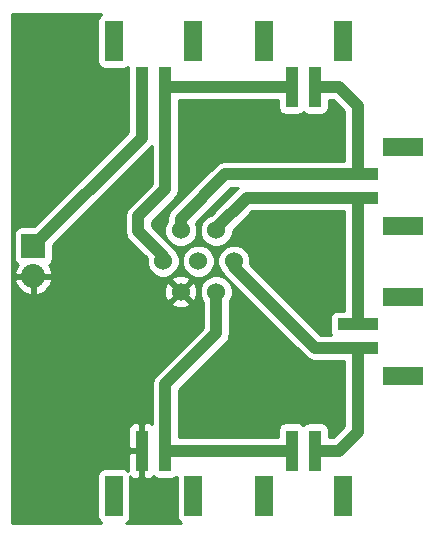
<source format=gbr>
G04 #@! TF.FileFunction,Copper,L1,Top,Signal*
%FSLAX46Y46*%
G04 Gerber Fmt 4.6, Leading zero omitted, Abs format (unit mm)*
G04 Created by KiCad (PCBNEW 4.0.0-rc1-stable) date 10/20/2015 7:52:27 PM*
%MOMM*%
G01*
G04 APERTURE LIST*
%ADD10C,0.100000*%
%ADD11R,2.032000X2.032000*%
%ADD12O,2.032000X2.032000*%
%ADD13R,1.500000X3.400000*%
%ADD14R,1.000000X3.500000*%
%ADD15R,3.400000X1.500000*%
%ADD16R,3.500000X1.000000*%
%ADD17C,1.524000*%
%ADD18C,1.000000*%
%ADD19C,0.254000*%
G04 APERTURE END LIST*
D10*
D11*
X133350000Y-129540000D03*
D12*
X133350000Y-132080000D03*
D13*
X140160000Y-150700000D03*
D14*
X142510000Y-146850000D03*
X144510000Y-146850000D03*
D13*
X146860000Y-150700000D03*
X152860000Y-150700000D03*
D14*
X155210000Y-146850000D03*
X157210000Y-146850000D03*
D13*
X159560000Y-150700000D03*
D15*
X164670000Y-140510000D03*
D16*
X160820000Y-138160000D03*
X160820000Y-136160000D03*
D15*
X164670000Y-133810000D03*
X164670000Y-127810000D03*
D16*
X160820000Y-125460000D03*
X160820000Y-123460000D03*
D15*
X164670000Y-121110000D03*
D13*
X159560000Y-112190000D03*
D14*
X157210000Y-116040000D03*
X155210000Y-116040000D03*
D13*
X152860000Y-112190000D03*
X146860000Y-112190000D03*
D14*
X144510000Y-116040000D03*
X142510000Y-116040000D03*
D13*
X140160000Y-112190000D03*
D17*
X147320000Y-130810000D03*
X144320000Y-130810000D03*
X145820000Y-128212000D03*
X148820000Y-128212000D03*
X150320000Y-130810000D03*
X148820000Y-133408000D03*
X145820000Y-133408000D03*
D18*
X142510000Y-116040000D02*
X142510000Y-120380000D01*
X142510000Y-120380000D02*
X133350000Y-129540000D01*
X144320000Y-130810000D02*
X144320000Y-130350000D01*
X144320000Y-130350000D02*
X142240000Y-128270000D01*
X142240000Y-128270000D02*
X142240000Y-127000000D01*
X142240000Y-127000000D02*
X144510000Y-124730000D01*
X144510000Y-124730000D02*
X144510000Y-116040000D01*
X155210000Y-116040000D02*
X144510000Y-116040000D01*
X145820000Y-128212000D02*
X145820000Y-127230000D01*
X149590000Y-123460000D02*
X160820000Y-123460000D01*
X145820000Y-127230000D02*
X149590000Y-123460000D01*
X160820000Y-123460000D02*
X160820000Y-117640000D01*
X159220000Y-116040000D02*
X157210000Y-116040000D01*
X160820000Y-117640000D02*
X159220000Y-116040000D01*
X148820000Y-128212000D02*
X148820000Y-128040000D01*
X148820000Y-128040000D02*
X151400000Y-125460000D01*
X151400000Y-125460000D02*
X160820000Y-125460000D01*
X160820000Y-125460000D02*
X160820000Y-136160000D01*
X150320000Y-130810000D02*
X150320000Y-131270000D01*
X150320000Y-131270000D02*
X157210000Y-138160000D01*
X157210000Y-138160000D02*
X160820000Y-138160000D01*
X160820000Y-138160000D02*
X160820000Y-145250000D01*
X159220000Y-146850000D02*
X157210000Y-146850000D01*
X160820000Y-145250000D02*
X159220000Y-146850000D01*
X148820000Y-133408000D02*
X148820000Y-136930000D01*
X144510000Y-141240000D02*
X144510000Y-146850000D01*
X148820000Y-136930000D02*
X144510000Y-141240000D01*
X155210000Y-146850000D02*
X144510000Y-146850000D01*
D19*
G36*
X138958559Y-110025910D02*
X138813569Y-110238110D01*
X138762560Y-110490000D01*
X138762560Y-113890000D01*
X138806838Y-114125317D01*
X138945910Y-114341441D01*
X139158110Y-114486431D01*
X139410000Y-114537440D01*
X140910000Y-114537440D01*
X141145317Y-114493162D01*
X141361441Y-114354090D01*
X141362560Y-114352452D01*
X141362560Y-117790000D01*
X141375000Y-117856113D01*
X141375000Y-119909868D01*
X133408308Y-127876560D01*
X132334000Y-127876560D01*
X132098683Y-127920838D01*
X131882559Y-128059910D01*
X131737569Y-128272110D01*
X131686560Y-128524000D01*
X131686560Y-130556000D01*
X131730838Y-130791317D01*
X131869910Y-131007441D01*
X132032948Y-131118840D01*
X131943615Y-131215182D01*
X131744025Y-131697056D01*
X131863164Y-131953000D01*
X133223000Y-131953000D01*
X133223000Y-131933000D01*
X133477000Y-131933000D01*
X133477000Y-131953000D01*
X134836836Y-131953000D01*
X134955975Y-131697056D01*
X134756385Y-131215182D01*
X134665903Y-131117602D01*
X134817441Y-131020090D01*
X134962431Y-130807890D01*
X135013440Y-130556000D01*
X135013440Y-129481692D01*
X143312566Y-121182566D01*
X143375000Y-121089127D01*
X143375000Y-124259868D01*
X141437434Y-126197434D01*
X141191397Y-126565654D01*
X141105000Y-127000000D01*
X141105000Y-128270000D01*
X141191397Y-128704346D01*
X141213506Y-128737434D01*
X141437434Y-129072566D01*
X142923219Y-130558351D01*
X142922758Y-131086661D01*
X143134990Y-131600303D01*
X143527630Y-131993629D01*
X144040900Y-132206757D01*
X144596661Y-132207242D01*
X145110303Y-131995010D01*
X145503629Y-131602370D01*
X145716757Y-131089100D01*
X145716759Y-131086661D01*
X145922758Y-131086661D01*
X146134990Y-131600303D01*
X146527630Y-131993629D01*
X147040900Y-132206757D01*
X147596661Y-132207242D01*
X148110303Y-131995010D01*
X148503629Y-131602370D01*
X148716757Y-131089100D01*
X148717242Y-130533339D01*
X148505010Y-130019697D01*
X148112370Y-129626371D01*
X147599100Y-129413243D01*
X147043339Y-129412758D01*
X146529697Y-129624990D01*
X146136371Y-130017630D01*
X145923243Y-130530900D01*
X145922758Y-131086661D01*
X145716759Y-131086661D01*
X145717242Y-130533339D01*
X145505010Y-130019697D01*
X145302721Y-129817054D01*
X145122566Y-129547434D01*
X143375000Y-127799868D01*
X143375000Y-127470132D01*
X145312566Y-125532566D01*
X145361053Y-125460000D01*
X145558603Y-125164346D01*
X145645000Y-124730000D01*
X145645000Y-117851431D01*
X145657440Y-117790000D01*
X145657440Y-117175000D01*
X154062560Y-117175000D01*
X154062560Y-117790000D01*
X154106838Y-118025317D01*
X154245910Y-118241441D01*
X154458110Y-118386431D01*
X154710000Y-118437440D01*
X155710000Y-118437440D01*
X155945317Y-118393162D01*
X156161441Y-118254090D01*
X156209134Y-118184289D01*
X156245910Y-118241441D01*
X156458110Y-118386431D01*
X156710000Y-118437440D01*
X157710000Y-118437440D01*
X157945317Y-118393162D01*
X158161441Y-118254090D01*
X158306431Y-118041890D01*
X158357440Y-117790000D01*
X158357440Y-117175000D01*
X158749868Y-117175000D01*
X159685000Y-118110132D01*
X159685000Y-122312560D01*
X159070000Y-122312560D01*
X159003887Y-122325000D01*
X149590000Y-122325000D01*
X149155654Y-122411397D01*
X148787434Y-122657434D01*
X145017434Y-126427434D01*
X144771397Y-126795654D01*
X144685000Y-127230000D01*
X144685000Y-127371086D01*
X144636371Y-127419630D01*
X144423243Y-127932900D01*
X144422758Y-128488661D01*
X144634990Y-129002303D01*
X145027630Y-129395629D01*
X145540900Y-129608757D01*
X146096661Y-129609242D01*
X146610303Y-129397010D01*
X147003629Y-129004370D01*
X147216757Y-128491100D01*
X147217242Y-127935339D01*
X147071797Y-127583335D01*
X150060132Y-124595000D01*
X150690873Y-124595000D01*
X150597434Y-124657434D01*
X148367423Y-126887445D01*
X148029697Y-127026990D01*
X147636371Y-127419630D01*
X147423243Y-127932900D01*
X147422758Y-128488661D01*
X147634990Y-129002303D01*
X148027630Y-129395629D01*
X148540900Y-129608757D01*
X149096661Y-129609242D01*
X149610303Y-129397010D01*
X150003629Y-129004370D01*
X150216757Y-128491100D01*
X150216969Y-128248163D01*
X151870132Y-126595000D01*
X159008569Y-126595000D01*
X159070000Y-126607440D01*
X159685000Y-126607440D01*
X159685000Y-135012560D01*
X159070000Y-135012560D01*
X158834683Y-135056838D01*
X158618559Y-135195910D01*
X158473569Y-135408110D01*
X158422560Y-135660000D01*
X158422560Y-136660000D01*
X158466838Y-136895317D01*
X158550287Y-137025000D01*
X157680133Y-137025000D01*
X151716781Y-131061649D01*
X151717242Y-130533339D01*
X151505010Y-130019697D01*
X151112370Y-129626371D01*
X150599100Y-129413243D01*
X150043339Y-129412758D01*
X149529697Y-129624990D01*
X149136371Y-130017630D01*
X148923243Y-130530900D01*
X148922758Y-131086661D01*
X149134990Y-131600303D01*
X149337279Y-131802946D01*
X149464690Y-131993629D01*
X149517434Y-132072566D01*
X156407433Y-138962566D01*
X156649171Y-139124090D01*
X156775654Y-139208603D01*
X157210000Y-139295000D01*
X159008569Y-139295000D01*
X159070000Y-139307440D01*
X159685000Y-139307440D01*
X159685000Y-144779868D01*
X158749868Y-145715000D01*
X158357440Y-145715000D01*
X158357440Y-145100000D01*
X158313162Y-144864683D01*
X158174090Y-144648559D01*
X157961890Y-144503569D01*
X157710000Y-144452560D01*
X156710000Y-144452560D01*
X156474683Y-144496838D01*
X156258559Y-144635910D01*
X156210866Y-144705711D01*
X156174090Y-144648559D01*
X155961890Y-144503569D01*
X155710000Y-144452560D01*
X154710000Y-144452560D01*
X154474683Y-144496838D01*
X154258559Y-144635910D01*
X154113569Y-144848110D01*
X154062560Y-145100000D01*
X154062560Y-145715000D01*
X145657440Y-145715000D01*
X145657440Y-145100000D01*
X145645000Y-145033887D01*
X145645000Y-141710132D01*
X149622566Y-137732567D01*
X149868603Y-137364346D01*
X149888730Y-137263162D01*
X149955000Y-136930000D01*
X149955000Y-134248914D01*
X150003629Y-134200370D01*
X150216757Y-133687100D01*
X150217242Y-133131339D01*
X150005010Y-132617697D01*
X149612370Y-132224371D01*
X149099100Y-132011243D01*
X148543339Y-132010758D01*
X148029697Y-132222990D01*
X147636371Y-132615630D01*
X147423243Y-133128900D01*
X147422758Y-133684661D01*
X147634990Y-134198303D01*
X147685000Y-134248400D01*
X147685000Y-136459867D01*
X143707434Y-140437434D01*
X143461397Y-140805654D01*
X143375000Y-141240000D01*
X143375000Y-144566975D01*
X143369698Y-144561673D01*
X143136309Y-144465000D01*
X142795750Y-144465000D01*
X142637000Y-144623750D01*
X142637000Y-146723000D01*
X142657000Y-146723000D01*
X142657000Y-146977000D01*
X142637000Y-146977000D01*
X142637000Y-149076250D01*
X142795750Y-149235000D01*
X143136309Y-149235000D01*
X143369698Y-149138327D01*
X143510936Y-148997090D01*
X143545910Y-149051441D01*
X143758110Y-149196431D01*
X144010000Y-149247440D01*
X145010000Y-149247440D01*
X145245317Y-149203162D01*
X145461441Y-149064090D01*
X145462560Y-149062452D01*
X145462560Y-152400000D01*
X145506838Y-152635317D01*
X145645910Y-152851441D01*
X145804791Y-152960000D01*
X141212393Y-152960000D01*
X141361441Y-152864090D01*
X141506431Y-152651890D01*
X141557440Y-152400000D01*
X141557440Y-149045466D01*
X141650302Y-149138327D01*
X141883691Y-149235000D01*
X142224250Y-149235000D01*
X142383000Y-149076250D01*
X142383000Y-146977000D01*
X141533750Y-146977000D01*
X141375000Y-147135750D01*
X141375000Y-148549973D01*
X141374090Y-148548559D01*
X141161890Y-148403569D01*
X140910000Y-148352560D01*
X139410000Y-148352560D01*
X139174683Y-148396838D01*
X138958559Y-148535910D01*
X138813569Y-148748110D01*
X138762560Y-149000000D01*
X138762560Y-152400000D01*
X138806838Y-152635317D01*
X138945910Y-152851441D01*
X139104791Y-152960000D01*
X131520000Y-152960000D01*
X131520000Y-144973690D01*
X141375000Y-144973690D01*
X141375000Y-146564250D01*
X141533750Y-146723000D01*
X142383000Y-146723000D01*
X142383000Y-144623750D01*
X142224250Y-144465000D01*
X141883691Y-144465000D01*
X141650302Y-144561673D01*
X141471673Y-144740301D01*
X141375000Y-144973690D01*
X131520000Y-144973690D01*
X131520000Y-134388213D01*
X145019392Y-134388213D01*
X145088857Y-134630397D01*
X145612302Y-134817144D01*
X146167368Y-134789362D01*
X146551143Y-134630397D01*
X146620608Y-134388213D01*
X145820000Y-133587605D01*
X145019392Y-134388213D01*
X131520000Y-134388213D01*
X131520000Y-132462944D01*
X131744025Y-132462944D01*
X131943615Y-132944818D01*
X132381621Y-133417188D01*
X132967054Y-133685983D01*
X133223000Y-133567367D01*
X133223000Y-132207000D01*
X133477000Y-132207000D01*
X133477000Y-133567367D01*
X133732946Y-133685983D01*
X134318379Y-133417188D01*
X134519486Y-133200302D01*
X144410856Y-133200302D01*
X144438638Y-133755368D01*
X144597603Y-134139143D01*
X144839787Y-134208608D01*
X145640395Y-133408000D01*
X145999605Y-133408000D01*
X146800213Y-134208608D01*
X147042397Y-134139143D01*
X147229144Y-133615698D01*
X147201362Y-133060632D01*
X147042397Y-132676857D01*
X146800213Y-132607392D01*
X145999605Y-133408000D01*
X145640395Y-133408000D01*
X144839787Y-132607392D01*
X144597603Y-132676857D01*
X144410856Y-133200302D01*
X134519486Y-133200302D01*
X134756385Y-132944818D01*
X134955975Y-132462944D01*
X134939610Y-132427787D01*
X145019392Y-132427787D01*
X145820000Y-133228395D01*
X146620608Y-132427787D01*
X146551143Y-132185603D01*
X146027698Y-131998856D01*
X145472632Y-132026638D01*
X145088857Y-132185603D01*
X145019392Y-132427787D01*
X134939610Y-132427787D01*
X134836836Y-132207000D01*
X133477000Y-132207000D01*
X133223000Y-132207000D01*
X131863164Y-132207000D01*
X131744025Y-132462944D01*
X131520000Y-132462944D01*
X131520000Y-109930000D01*
X139107607Y-109930000D01*
X138958559Y-110025910D01*
X138958559Y-110025910D01*
G37*
X138958559Y-110025910D02*
X138813569Y-110238110D01*
X138762560Y-110490000D01*
X138762560Y-113890000D01*
X138806838Y-114125317D01*
X138945910Y-114341441D01*
X139158110Y-114486431D01*
X139410000Y-114537440D01*
X140910000Y-114537440D01*
X141145317Y-114493162D01*
X141361441Y-114354090D01*
X141362560Y-114352452D01*
X141362560Y-117790000D01*
X141375000Y-117856113D01*
X141375000Y-119909868D01*
X133408308Y-127876560D01*
X132334000Y-127876560D01*
X132098683Y-127920838D01*
X131882559Y-128059910D01*
X131737569Y-128272110D01*
X131686560Y-128524000D01*
X131686560Y-130556000D01*
X131730838Y-130791317D01*
X131869910Y-131007441D01*
X132032948Y-131118840D01*
X131943615Y-131215182D01*
X131744025Y-131697056D01*
X131863164Y-131953000D01*
X133223000Y-131953000D01*
X133223000Y-131933000D01*
X133477000Y-131933000D01*
X133477000Y-131953000D01*
X134836836Y-131953000D01*
X134955975Y-131697056D01*
X134756385Y-131215182D01*
X134665903Y-131117602D01*
X134817441Y-131020090D01*
X134962431Y-130807890D01*
X135013440Y-130556000D01*
X135013440Y-129481692D01*
X143312566Y-121182566D01*
X143375000Y-121089127D01*
X143375000Y-124259868D01*
X141437434Y-126197434D01*
X141191397Y-126565654D01*
X141105000Y-127000000D01*
X141105000Y-128270000D01*
X141191397Y-128704346D01*
X141213506Y-128737434D01*
X141437434Y-129072566D01*
X142923219Y-130558351D01*
X142922758Y-131086661D01*
X143134990Y-131600303D01*
X143527630Y-131993629D01*
X144040900Y-132206757D01*
X144596661Y-132207242D01*
X145110303Y-131995010D01*
X145503629Y-131602370D01*
X145716757Y-131089100D01*
X145716759Y-131086661D01*
X145922758Y-131086661D01*
X146134990Y-131600303D01*
X146527630Y-131993629D01*
X147040900Y-132206757D01*
X147596661Y-132207242D01*
X148110303Y-131995010D01*
X148503629Y-131602370D01*
X148716757Y-131089100D01*
X148717242Y-130533339D01*
X148505010Y-130019697D01*
X148112370Y-129626371D01*
X147599100Y-129413243D01*
X147043339Y-129412758D01*
X146529697Y-129624990D01*
X146136371Y-130017630D01*
X145923243Y-130530900D01*
X145922758Y-131086661D01*
X145716759Y-131086661D01*
X145717242Y-130533339D01*
X145505010Y-130019697D01*
X145302721Y-129817054D01*
X145122566Y-129547434D01*
X143375000Y-127799868D01*
X143375000Y-127470132D01*
X145312566Y-125532566D01*
X145361053Y-125460000D01*
X145558603Y-125164346D01*
X145645000Y-124730000D01*
X145645000Y-117851431D01*
X145657440Y-117790000D01*
X145657440Y-117175000D01*
X154062560Y-117175000D01*
X154062560Y-117790000D01*
X154106838Y-118025317D01*
X154245910Y-118241441D01*
X154458110Y-118386431D01*
X154710000Y-118437440D01*
X155710000Y-118437440D01*
X155945317Y-118393162D01*
X156161441Y-118254090D01*
X156209134Y-118184289D01*
X156245910Y-118241441D01*
X156458110Y-118386431D01*
X156710000Y-118437440D01*
X157710000Y-118437440D01*
X157945317Y-118393162D01*
X158161441Y-118254090D01*
X158306431Y-118041890D01*
X158357440Y-117790000D01*
X158357440Y-117175000D01*
X158749868Y-117175000D01*
X159685000Y-118110132D01*
X159685000Y-122312560D01*
X159070000Y-122312560D01*
X159003887Y-122325000D01*
X149590000Y-122325000D01*
X149155654Y-122411397D01*
X148787434Y-122657434D01*
X145017434Y-126427434D01*
X144771397Y-126795654D01*
X144685000Y-127230000D01*
X144685000Y-127371086D01*
X144636371Y-127419630D01*
X144423243Y-127932900D01*
X144422758Y-128488661D01*
X144634990Y-129002303D01*
X145027630Y-129395629D01*
X145540900Y-129608757D01*
X146096661Y-129609242D01*
X146610303Y-129397010D01*
X147003629Y-129004370D01*
X147216757Y-128491100D01*
X147217242Y-127935339D01*
X147071797Y-127583335D01*
X150060132Y-124595000D01*
X150690873Y-124595000D01*
X150597434Y-124657434D01*
X148367423Y-126887445D01*
X148029697Y-127026990D01*
X147636371Y-127419630D01*
X147423243Y-127932900D01*
X147422758Y-128488661D01*
X147634990Y-129002303D01*
X148027630Y-129395629D01*
X148540900Y-129608757D01*
X149096661Y-129609242D01*
X149610303Y-129397010D01*
X150003629Y-129004370D01*
X150216757Y-128491100D01*
X150216969Y-128248163D01*
X151870132Y-126595000D01*
X159008569Y-126595000D01*
X159070000Y-126607440D01*
X159685000Y-126607440D01*
X159685000Y-135012560D01*
X159070000Y-135012560D01*
X158834683Y-135056838D01*
X158618559Y-135195910D01*
X158473569Y-135408110D01*
X158422560Y-135660000D01*
X158422560Y-136660000D01*
X158466838Y-136895317D01*
X158550287Y-137025000D01*
X157680133Y-137025000D01*
X151716781Y-131061649D01*
X151717242Y-130533339D01*
X151505010Y-130019697D01*
X151112370Y-129626371D01*
X150599100Y-129413243D01*
X150043339Y-129412758D01*
X149529697Y-129624990D01*
X149136371Y-130017630D01*
X148923243Y-130530900D01*
X148922758Y-131086661D01*
X149134990Y-131600303D01*
X149337279Y-131802946D01*
X149464690Y-131993629D01*
X149517434Y-132072566D01*
X156407433Y-138962566D01*
X156649171Y-139124090D01*
X156775654Y-139208603D01*
X157210000Y-139295000D01*
X159008569Y-139295000D01*
X159070000Y-139307440D01*
X159685000Y-139307440D01*
X159685000Y-144779868D01*
X158749868Y-145715000D01*
X158357440Y-145715000D01*
X158357440Y-145100000D01*
X158313162Y-144864683D01*
X158174090Y-144648559D01*
X157961890Y-144503569D01*
X157710000Y-144452560D01*
X156710000Y-144452560D01*
X156474683Y-144496838D01*
X156258559Y-144635910D01*
X156210866Y-144705711D01*
X156174090Y-144648559D01*
X155961890Y-144503569D01*
X155710000Y-144452560D01*
X154710000Y-144452560D01*
X154474683Y-144496838D01*
X154258559Y-144635910D01*
X154113569Y-144848110D01*
X154062560Y-145100000D01*
X154062560Y-145715000D01*
X145657440Y-145715000D01*
X145657440Y-145100000D01*
X145645000Y-145033887D01*
X145645000Y-141710132D01*
X149622566Y-137732567D01*
X149868603Y-137364346D01*
X149888730Y-137263162D01*
X149955000Y-136930000D01*
X149955000Y-134248914D01*
X150003629Y-134200370D01*
X150216757Y-133687100D01*
X150217242Y-133131339D01*
X150005010Y-132617697D01*
X149612370Y-132224371D01*
X149099100Y-132011243D01*
X148543339Y-132010758D01*
X148029697Y-132222990D01*
X147636371Y-132615630D01*
X147423243Y-133128900D01*
X147422758Y-133684661D01*
X147634990Y-134198303D01*
X147685000Y-134248400D01*
X147685000Y-136459867D01*
X143707434Y-140437434D01*
X143461397Y-140805654D01*
X143375000Y-141240000D01*
X143375000Y-144566975D01*
X143369698Y-144561673D01*
X143136309Y-144465000D01*
X142795750Y-144465000D01*
X142637000Y-144623750D01*
X142637000Y-146723000D01*
X142657000Y-146723000D01*
X142657000Y-146977000D01*
X142637000Y-146977000D01*
X142637000Y-149076250D01*
X142795750Y-149235000D01*
X143136309Y-149235000D01*
X143369698Y-149138327D01*
X143510936Y-148997090D01*
X143545910Y-149051441D01*
X143758110Y-149196431D01*
X144010000Y-149247440D01*
X145010000Y-149247440D01*
X145245317Y-149203162D01*
X145461441Y-149064090D01*
X145462560Y-149062452D01*
X145462560Y-152400000D01*
X145506838Y-152635317D01*
X145645910Y-152851441D01*
X145804791Y-152960000D01*
X141212393Y-152960000D01*
X141361441Y-152864090D01*
X141506431Y-152651890D01*
X141557440Y-152400000D01*
X141557440Y-149045466D01*
X141650302Y-149138327D01*
X141883691Y-149235000D01*
X142224250Y-149235000D01*
X142383000Y-149076250D01*
X142383000Y-146977000D01*
X141533750Y-146977000D01*
X141375000Y-147135750D01*
X141375000Y-148549973D01*
X141374090Y-148548559D01*
X141161890Y-148403569D01*
X140910000Y-148352560D01*
X139410000Y-148352560D01*
X139174683Y-148396838D01*
X138958559Y-148535910D01*
X138813569Y-148748110D01*
X138762560Y-149000000D01*
X138762560Y-152400000D01*
X138806838Y-152635317D01*
X138945910Y-152851441D01*
X139104791Y-152960000D01*
X131520000Y-152960000D01*
X131520000Y-144973690D01*
X141375000Y-144973690D01*
X141375000Y-146564250D01*
X141533750Y-146723000D01*
X142383000Y-146723000D01*
X142383000Y-144623750D01*
X142224250Y-144465000D01*
X141883691Y-144465000D01*
X141650302Y-144561673D01*
X141471673Y-144740301D01*
X141375000Y-144973690D01*
X131520000Y-144973690D01*
X131520000Y-134388213D01*
X145019392Y-134388213D01*
X145088857Y-134630397D01*
X145612302Y-134817144D01*
X146167368Y-134789362D01*
X146551143Y-134630397D01*
X146620608Y-134388213D01*
X145820000Y-133587605D01*
X145019392Y-134388213D01*
X131520000Y-134388213D01*
X131520000Y-132462944D01*
X131744025Y-132462944D01*
X131943615Y-132944818D01*
X132381621Y-133417188D01*
X132967054Y-133685983D01*
X133223000Y-133567367D01*
X133223000Y-132207000D01*
X133477000Y-132207000D01*
X133477000Y-133567367D01*
X133732946Y-133685983D01*
X134318379Y-133417188D01*
X134519486Y-133200302D01*
X144410856Y-133200302D01*
X144438638Y-133755368D01*
X144597603Y-134139143D01*
X144839787Y-134208608D01*
X145640395Y-133408000D01*
X145999605Y-133408000D01*
X146800213Y-134208608D01*
X147042397Y-134139143D01*
X147229144Y-133615698D01*
X147201362Y-133060632D01*
X147042397Y-132676857D01*
X146800213Y-132607392D01*
X145999605Y-133408000D01*
X145640395Y-133408000D01*
X144839787Y-132607392D01*
X144597603Y-132676857D01*
X144410856Y-133200302D01*
X134519486Y-133200302D01*
X134756385Y-132944818D01*
X134955975Y-132462944D01*
X134939610Y-132427787D01*
X145019392Y-132427787D01*
X145820000Y-133228395D01*
X146620608Y-132427787D01*
X146551143Y-132185603D01*
X146027698Y-131998856D01*
X145472632Y-132026638D01*
X145088857Y-132185603D01*
X145019392Y-132427787D01*
X134939610Y-132427787D01*
X134836836Y-132207000D01*
X133477000Y-132207000D01*
X133223000Y-132207000D01*
X131863164Y-132207000D01*
X131744025Y-132462944D01*
X131520000Y-132462944D01*
X131520000Y-109930000D01*
X139107607Y-109930000D01*
X138958559Y-110025910D01*
M02*

</source>
